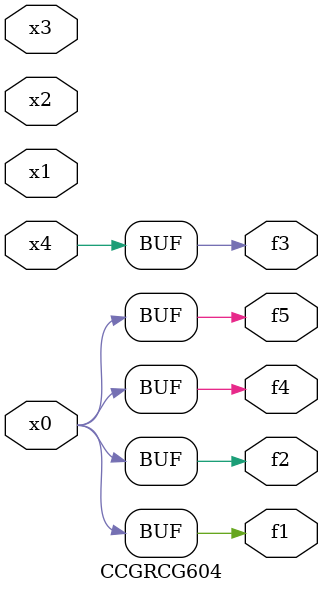
<source format=v>
module CCGRCG604(
	input x0, x1, x2, x3, x4,
	output f1, f2, f3, f4, f5
);
	assign f1 = x0;
	assign f2 = x0;
	assign f3 = x4;
	assign f4 = x0;
	assign f5 = x0;
endmodule

</source>
